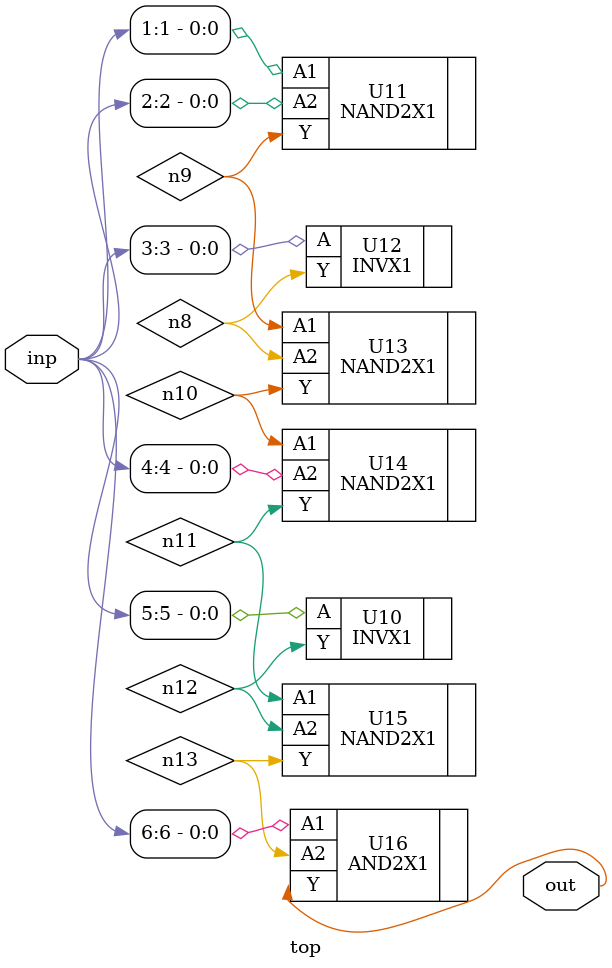
<source format=sv>


module top ( inp, out );
  input [6:0] inp;
  output out;
  wire   n8, n9, n10, n11, n12, n13;

  INVX1 U10 ( .A(inp[5]), .Y(n12) );
  NAND2X1 U11 ( .A1(inp[1]), .A2(inp[2]), .Y(n9) );
  INVX1 U12 ( .A(inp[3]), .Y(n8) );
  NAND2X1 U13 ( .A1(n9), .A2(n8), .Y(n10) );
  NAND2X1 U14 ( .A1(n10), .A2(inp[4]), .Y(n11) );
  NAND2X1 U15 ( .A1(n11), .A2(n12), .Y(n13) );
  AND2X1 U16 ( .A1(inp[6]), .A2(n13), .Y(out) );
endmodule


</source>
